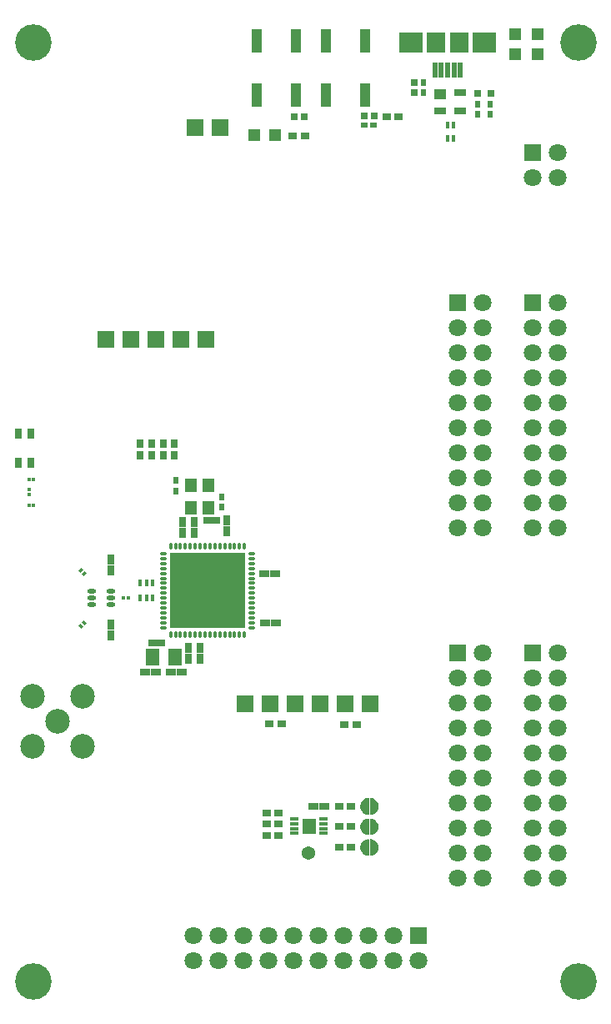
<source format=gts>
%FSLAX43Y43*%
%MOMM*%
G71*
G01*
G75*
G04 Layer_Color=8388736*
%ADD10O,0.800X0.400*%
%ADD11R,0.205X0.282*%
%ADD12R,0.600X0.900*%
%ADD13C,0.800*%
%ADD14R,0.650X0.800*%
%ADD15R,0.800X0.650*%
%ADD16R,0.600X0.550*%
%ADD17R,0.550X0.600*%
%ADD18R,0.500X0.650*%
%ADD19R,1.200X1.200*%
%ADD20R,1.000X2.250*%
%ADD21R,0.900X0.600*%
%ADD22R,0.500X0.600*%
%ADD23R,0.650X0.500*%
%ADD24R,0.700X0.700*%
%ADD25R,0.305X0.584*%
%ADD26R,0.350X0.700*%
%ADD27R,1.100X0.600*%
%ADD28R,1.100X1.000*%
%ADD29R,1.200X1.200*%
%ADD30R,1.300X1.400*%
%ADD31R,0.850X0.300*%
%ADD32O,0.280X0.800*%
%ADD33O,0.800X0.280*%
%ADD34R,7.650X7.650*%
%ADD35R,1.300X1.600*%
%ADD36R,1.100X1.300*%
%ADD37R,2.300X1.900*%
%ADD38R,0.400X1.400*%
%ADD39R,1.775X1.900*%
%ADD40R,0.600X1.000*%
G04:AMPARAMS|DCode=41|XSize=0.205mm|YSize=0.282mm|CornerRadius=0mm|HoleSize=0mm|Usage=FLASHONLY|Rotation=225.000|XOffset=0mm|YOffset=0mm|HoleType=Round|Shape=Rectangle|*
%AMROTATEDRECTD41*
4,1,4,-0.027,0.172,0.172,-0.027,0.027,-0.172,-0.172,0.027,-0.027,0.172,0.0*
%
%ADD41ROTATEDRECTD41*%

G04:AMPARAMS|DCode=42|XSize=0.205mm|YSize=0.282mm|CornerRadius=0mm|HoleSize=0mm|Usage=FLASHONLY|Rotation=135.000|XOffset=0mm|YOffset=0mm|HoleType=Round|Shape=Rectangle|*
%AMROTATEDRECTD42*
4,1,4,0.172,0.027,-0.027,-0.172,-0.172,-0.027,0.027,0.172,0.172,0.027,0.0*
%
%ADD42ROTATEDRECTD42*%

%ADD43R,0.282X0.205*%
%ADD44C,0.216*%
%ADD45C,0.150*%
%ADD46C,0.125*%
%ADD47C,0.160*%
%ADD48C,0.300*%
%ADD49C,0.200*%
%ADD50C,0.180*%
%ADD51C,0.254*%
%ADD52R,0.216X2.303*%
%ADD53R,2.386X0.197*%
%ADD54R,0.598X0.716*%
%ADD55R,0.600X0.670*%
%ADD56R,0.763X0.125*%
%ADD57R,0.601X0.571*%
%ADD58R,1.650X0.550*%
%ADD59R,2.025X0.450*%
%ADD60R,0.350X3.200*%
%ADD61R,0.450X2.959*%
%ADD62C,3.600*%
%ADD63R,1.700X1.700*%
%ADD64C,1.700*%
%ADD65R,1.700X1.700*%
%ADD66C,1.270*%
%ADD67C,2.400*%
%ADD68C,0.550*%
%ADD69C,0.350*%
%ADD70C,0.380*%
%ADD71C,0.500*%
G04:AMPARAMS|DCode=72|XSize=4.224mm|YSize=4.224mm|CornerRadius=0mm|HoleSize=0mm|Usage=FLASHONLY|Rotation=0.000|XOffset=0mm|YOffset=0mm|HoleType=Round|Shape=Relief|Width=0.254mm|Gap=0.254mm|Entries=4|*
%AMTHD72*
7,0,0,4.224,3.716,0.254,45*
%
%ADD72THD72*%
%ADD73C,1.400*%
G04:AMPARAMS|DCode=74|XSize=2.524mm|YSize=2.524mm|CornerRadius=0mm|HoleSize=0mm|Usage=FLASHONLY|Rotation=0.000|XOffset=0mm|YOffset=0mm|HoleType=Round|Shape=Relief|Width=0.254mm|Gap=0.254mm|Entries=4|*
%AMTHD74*
7,0,0,2.524,2.016,0.254,45*
%
%ADD74THD74*%
%ADD75C,1.600*%
G04:AMPARAMS|DCode=76|XSize=2.724mm|YSize=2.724mm|CornerRadius=0mm|HoleSize=0mm|Usage=FLASHONLY|Rotation=0.000|XOffset=0mm|YOffset=0mm|HoleType=Round|Shape=Relief|Width=0.254mm|Gap=0.254mm|Entries=4|*
%AMTHD76*
7,0,0,2.724,2.216,0.254,45*
%
%ADD76THD76*%
%ADD77C,1.900*%
G04:AMPARAMS|DCode=78|XSize=3.124mm|YSize=3.124mm|CornerRadius=0mm|HoleSize=0mm|Usage=FLASHONLY|Rotation=0.000|XOffset=0mm|YOffset=0mm|HoleType=Round|Shape=Relief|Width=0.254mm|Gap=0.254mm|Entries=4|*
%AMTHD78*
7,0,0,3.124,2.616,0.254,45*
%
%ADD78THD78*%
%ADD79C,0.650*%
%ADD80C,3.100*%
%ADD81C,2.000*%
%ADD82R,1.300X0.600*%
%ADD83R,0.950X1.750*%
%ADD84R,0.762X0.762*%
%ADD85R,0.350X0.850*%
%ADD86C,0.280*%
%ADD87R,0.900X0.650*%
%ADD88R,1.300X1.600*%
%ADD89C,0.400*%
%ADD90C,0.250*%
%ADD91C,1.000*%
%ADD92C,0.102*%
%ADD93C,0.100*%
%ADD94C,0.112*%
%ADD95R,0.800X1.000*%
%ADD96R,0.875X0.550*%
%ADD97R,2.100X2.100*%
%ADD98R,2.100X2.100*%
%ADD99R,1.750X1.750*%
%ADD100R,1.800X1.800*%
%ADD101R,1.800X2.000*%
%ADD102R,2.000X1.800*%
%ADD103R,1.700X1.700*%
%ADD104R,0.300X0.400*%
%ADD105O,0.220X0.740*%
%ADD106O,0.740X0.220*%
%ADD107R,2.050X2.050*%
%ADD108R,1.800X0.700*%
%ADD109O,0.900X0.500*%
%ADD110R,0.332X0.408*%
%ADD111R,0.700X1.000*%
%ADD112C,0.900*%
%ADD113R,0.750X0.900*%
%ADD114R,0.900X0.750*%
%ADD115R,0.700X0.650*%
%ADD116R,0.650X0.700*%
%ADD117R,0.600X0.750*%
%ADD118R,1.300X1.300*%
%ADD119R,1.100X2.350*%
%ADD120R,1.000X0.700*%
%ADD121R,0.600X0.700*%
%ADD122R,0.750X0.600*%
%ADD123R,0.800X0.800*%
%ADD124R,0.405X0.684*%
%ADD125R,0.450X0.800*%
%ADD126R,1.200X0.700*%
%ADD127R,1.200X1.100*%
%ADD128R,1.300X1.300*%
%ADD129R,1.400X1.500*%
%ADD130R,0.950X0.400*%
%ADD131R,1.400X1.700*%
%ADD132R,1.200X1.400*%
%ADD133R,2.400X2.000*%
%ADD134R,0.500X1.500*%
%ADD135R,1.875X2.000*%
%ADD136R,0.700X1.100*%
G04:AMPARAMS|DCode=137|XSize=0.332mm|YSize=0.408mm|CornerRadius=0mm|HoleSize=0mm|Usage=FLASHONLY|Rotation=225.000|XOffset=0mm|YOffset=0mm|HoleType=Round|Shape=Rectangle|*
%AMROTATEDRECTD137*
4,1,4,-0.027,0.261,0.261,-0.027,0.027,-0.261,-0.261,0.027,-0.027,0.261,0.0*
%
%ADD137ROTATEDRECTD137*%

G04:AMPARAMS|DCode=138|XSize=0.332mm|YSize=0.408mm|CornerRadius=0mm|HoleSize=0mm|Usage=FLASHONLY|Rotation=135.000|XOffset=0mm|YOffset=0mm|HoleType=Round|Shape=Rectangle|*
%AMROTATEDRECTD138*
4,1,4,0.261,0.027,-0.027,-0.261,-0.261,-0.027,0.027,0.261,0.261,0.027,0.0*
%
%ADD138ROTATEDRECTD138*%

%ADD139R,0.408X0.332*%
%ADD140C,3.700*%
%ADD141R,1.800X1.800*%
%ADD142C,1.800*%
%ADD143R,1.800X1.800*%
%ADD144C,1.370*%
%ADD145C,2.500*%
G36*
X-23447Y-81116D02*
X-23443Y-81116D01*
X-23240Y-81143D01*
X-23233Y-81145D01*
X-23227Y-81146D01*
X-23037Y-81225D01*
X-23032Y-81229D01*
X-23026Y-81232D01*
X-22863Y-81357D01*
X-22858Y-81362D01*
X-22853Y-81366D01*
X-22728Y-81529D01*
X-22725Y-81535D01*
X-22722Y-81540D01*
X-22643Y-81730D01*
X-22642Y-81737D01*
X-22640Y-81743D01*
X-22613Y-81947D01*
X-22613Y-81950D01*
X-22612Y-81953D01*
X-22613Y-81957D01*
X-22613Y-81960D01*
X-22640Y-82164D01*
X-22642Y-82170D01*
X-22643Y-82176D01*
X-22722Y-82366D01*
X-22725Y-82372D01*
X-22728Y-82378D01*
X-22853Y-82541D01*
X-22858Y-82545D01*
X-22863Y-82550D01*
X-23026Y-82675D01*
X-23032Y-82678D01*
X-23037Y-82682D01*
X-23227Y-82760D01*
X-23233Y-82762D01*
X-23240Y-82764D01*
X-23443Y-82791D01*
X-23447Y-82790D01*
X-23450Y-82791D01*
X-23457Y-82790D01*
X-23463Y-82789D01*
X-23466Y-82788D01*
X-23470Y-82787D01*
X-23475Y-82783D01*
X-23481Y-82781D01*
X-23483Y-82778D01*
X-23486Y-82776D01*
X-23490Y-82771D01*
X-23494Y-82766D01*
X-23495Y-82762D01*
X-23497Y-82760D01*
X-23498Y-82753D01*
X-23501Y-82747D01*
X-23500Y-82743D01*
X-23501Y-82740D01*
Y-82733D01*
Y-81167D01*
X-23500Y-81163D01*
X-23501Y-81160D01*
X-23498Y-81154D01*
X-23497Y-81147D01*
X-23495Y-81144D01*
X-23494Y-81141D01*
X-23490Y-81136D01*
X-23486Y-81131D01*
X-23483Y-81129D01*
X-23481Y-81126D01*
X-23475Y-81123D01*
X-23470Y-81120D01*
X-23466Y-81119D01*
X-23463Y-81117D01*
X-23457Y-81117D01*
X-23450Y-81116D01*
X-23447Y-81116D01*
D02*
G37*
G36*
X-23643Y-83217D02*
X-23637Y-83217D01*
X-23634Y-83219D01*
X-23630Y-83220D01*
X-23625Y-83223D01*
X-23619Y-83226D01*
X-23617Y-83229D01*
X-23614Y-83231D01*
X-23610Y-83236D01*
X-23606Y-83241D01*
X-23605Y-83244D01*
X-23603Y-83247D01*
X-23602Y-83254D01*
X-23599Y-83260D01*
X-23600Y-83263D01*
X-23599Y-83267D01*
Y-84833D01*
Y-84840D01*
X-23600Y-84843D01*
X-23599Y-84847D01*
X-23602Y-84853D01*
X-23603Y-84860D01*
X-23605Y-84862D01*
X-23606Y-84866D01*
X-23610Y-84871D01*
X-23614Y-84876D01*
X-23617Y-84878D01*
X-23619Y-84881D01*
X-23625Y-84883D01*
X-23630Y-84887D01*
X-23634Y-84888D01*
X-23637Y-84889D01*
X-23643Y-84890D01*
X-23650Y-84891D01*
X-23653Y-84890D01*
X-23657Y-84891D01*
X-23860Y-84864D01*
X-23867Y-84862D01*
X-23873Y-84860D01*
X-24063Y-84782D01*
X-24068Y-84778D01*
X-24074Y-84775D01*
X-24237Y-84650D01*
X-24242Y-84645D01*
X-24247Y-84641D01*
X-24372Y-84478D01*
X-24375Y-84472D01*
X-24378Y-84466D01*
X-24457Y-84276D01*
X-24458Y-84270D01*
X-24460Y-84264D01*
X-24487Y-84060D01*
X-24487Y-84057D01*
X-24488Y-84053D01*
X-24487Y-84050D01*
X-24487Y-84047D01*
X-24460Y-83843D01*
X-24458Y-83837D01*
X-24457Y-83830D01*
X-24378Y-83640D01*
X-24375Y-83635D01*
X-24372Y-83629D01*
X-24247Y-83466D01*
X-24242Y-83462D01*
X-24237Y-83457D01*
X-24074Y-83332D01*
X-24068Y-83329D01*
X-24063Y-83325D01*
X-23873Y-83246D01*
X-23867Y-83245D01*
X-23860Y-83243D01*
X-23657Y-83216D01*
X-23653Y-83216D01*
X-23650Y-83216D01*
X-23643Y-83217D01*
D02*
G37*
G36*
X-23447Y-83216D02*
X-23443Y-83216D01*
X-23240Y-83243D01*
X-23233Y-83245D01*
X-23227Y-83246D01*
X-23037Y-83325D01*
X-23032Y-83329D01*
X-23026Y-83332D01*
X-22863Y-83457D01*
X-22858Y-83462D01*
X-22853Y-83466D01*
X-22728Y-83629D01*
X-22725Y-83635D01*
X-22722Y-83640D01*
X-22643Y-83830D01*
X-22642Y-83837D01*
X-22640Y-83843D01*
X-22613Y-84047D01*
X-22613Y-84050D01*
X-22612Y-84053D01*
X-22613Y-84057D01*
X-22613Y-84060D01*
X-22640Y-84264D01*
X-22642Y-84270D01*
X-22643Y-84276D01*
X-22722Y-84466D01*
X-22725Y-84472D01*
X-22728Y-84478D01*
X-22853Y-84641D01*
X-22858Y-84645D01*
X-22863Y-84650D01*
X-23026Y-84775D01*
X-23032Y-84778D01*
X-23037Y-84782D01*
X-23227Y-84860D01*
X-23233Y-84862D01*
X-23240Y-84864D01*
X-23443Y-84891D01*
X-23447Y-84890D01*
X-23450Y-84891D01*
X-23457Y-84890D01*
X-23463Y-84889D01*
X-23466Y-84888D01*
X-23470Y-84887D01*
X-23475Y-84883D01*
X-23481Y-84881D01*
X-23483Y-84878D01*
X-23486Y-84876D01*
X-23490Y-84871D01*
X-23494Y-84866D01*
X-23495Y-84862D01*
X-23497Y-84860D01*
X-23498Y-84853D01*
X-23501Y-84847D01*
X-23500Y-84843D01*
X-23501Y-84840D01*
Y-84833D01*
Y-83267D01*
X-23500Y-83263D01*
X-23501Y-83260D01*
X-23498Y-83254D01*
X-23497Y-83247D01*
X-23495Y-83244D01*
X-23494Y-83241D01*
X-23490Y-83236D01*
X-23486Y-83231D01*
X-23483Y-83229D01*
X-23481Y-83226D01*
X-23475Y-83223D01*
X-23470Y-83220D01*
X-23466Y-83219D01*
X-23463Y-83217D01*
X-23457Y-83217D01*
X-23450Y-83216D01*
X-23447Y-83216D01*
D02*
G37*
G36*
X-23643Y-79042D02*
X-23637Y-79042D01*
X-23634Y-79044D01*
X-23630Y-79045D01*
X-23625Y-79048D01*
X-23619Y-79051D01*
X-23617Y-79054D01*
X-23614Y-79056D01*
X-23610Y-79061D01*
X-23606Y-79066D01*
X-23605Y-79069D01*
X-23603Y-79072D01*
X-23602Y-79079D01*
X-23599Y-79085D01*
X-23600Y-79088D01*
X-23599Y-79092D01*
Y-80658D01*
Y-80665D01*
X-23600Y-80668D01*
X-23599Y-80672D01*
X-23602Y-80678D01*
X-23603Y-80685D01*
X-23605Y-80687D01*
X-23606Y-80691D01*
X-23610Y-80696D01*
X-23614Y-80701D01*
X-23617Y-80703D01*
X-23619Y-80706D01*
X-23625Y-80708D01*
X-23630Y-80712D01*
X-23634Y-80713D01*
X-23637Y-80714D01*
X-23643Y-80715D01*
X-23650Y-80716D01*
X-23653Y-80715D01*
X-23657Y-80716D01*
X-23860Y-80689D01*
X-23867Y-80687D01*
X-23873Y-80685D01*
X-24063Y-80607D01*
X-24068Y-80603D01*
X-24074Y-80600D01*
X-24237Y-80475D01*
X-24242Y-80470D01*
X-24247Y-80466D01*
X-24372Y-80303D01*
X-24375Y-80297D01*
X-24378Y-80291D01*
X-24457Y-80101D01*
X-24458Y-80095D01*
X-24460Y-80089D01*
X-24487Y-79885D01*
X-24487Y-79882D01*
X-24488Y-79878D01*
X-24487Y-79875D01*
X-24487Y-79872D01*
X-24460Y-79668D01*
X-24458Y-79662D01*
X-24457Y-79655D01*
X-24378Y-79465D01*
X-24375Y-79460D01*
X-24372Y-79454D01*
X-24247Y-79291D01*
X-24242Y-79287D01*
X-24237Y-79282D01*
X-24074Y-79157D01*
X-24068Y-79154D01*
X-24063Y-79150D01*
X-23873Y-79071D01*
X-23867Y-79070D01*
X-23860Y-79068D01*
X-23657Y-79041D01*
X-23653Y-79041D01*
X-23650Y-79041D01*
X-23643Y-79042D01*
D02*
G37*
G36*
X-23447Y-79041D02*
X-23443Y-79041D01*
X-23240Y-79068D01*
X-23233Y-79070D01*
X-23227Y-79071D01*
X-23037Y-79150D01*
X-23032Y-79154D01*
X-23026Y-79157D01*
X-22863Y-79282D01*
X-22858Y-79287D01*
X-22853Y-79291D01*
X-22728Y-79454D01*
X-22725Y-79460D01*
X-22722Y-79465D01*
X-22643Y-79655D01*
X-22642Y-79662D01*
X-22640Y-79668D01*
X-22613Y-79872D01*
X-22613Y-79875D01*
X-22612Y-79878D01*
X-22613Y-79882D01*
X-22613Y-79885D01*
X-22640Y-80089D01*
X-22642Y-80095D01*
X-22643Y-80101D01*
X-22722Y-80291D01*
X-22725Y-80297D01*
X-22728Y-80303D01*
X-22853Y-80466D01*
X-22858Y-80470D01*
X-22863Y-80475D01*
X-23026Y-80600D01*
X-23032Y-80603D01*
X-23037Y-80607D01*
X-23227Y-80685D01*
X-23233Y-80687D01*
X-23240Y-80689D01*
X-23443Y-80716D01*
X-23447Y-80715D01*
X-23450Y-80716D01*
X-23457Y-80715D01*
X-23463Y-80714D01*
X-23466Y-80713D01*
X-23470Y-80712D01*
X-23475Y-80708D01*
X-23481Y-80706D01*
X-23483Y-80703D01*
X-23486Y-80701D01*
X-23490Y-80696D01*
X-23494Y-80691D01*
X-23495Y-80687D01*
X-23497Y-80685D01*
X-23498Y-80678D01*
X-23501Y-80672D01*
X-23500Y-80668D01*
X-23501Y-80665D01*
Y-80658D01*
Y-79092D01*
X-23500Y-79088D01*
X-23501Y-79085D01*
X-23498Y-79079D01*
X-23497Y-79072D01*
X-23495Y-79069D01*
X-23494Y-79066D01*
X-23490Y-79061D01*
X-23486Y-79056D01*
X-23483Y-79054D01*
X-23481Y-79051D01*
X-23475Y-79048D01*
X-23470Y-79045D01*
X-23466Y-79044D01*
X-23463Y-79042D01*
X-23457Y-79042D01*
X-23450Y-79041D01*
X-23447Y-79041D01*
D02*
G37*
G36*
X-23643Y-81117D02*
X-23637Y-81117D01*
X-23634Y-81119D01*
X-23630Y-81120D01*
X-23625Y-81123D01*
X-23619Y-81126D01*
X-23617Y-81129D01*
X-23614Y-81131D01*
X-23610Y-81136D01*
X-23606Y-81141D01*
X-23605Y-81144D01*
X-23603Y-81147D01*
X-23602Y-81154D01*
X-23599Y-81160D01*
X-23600Y-81163D01*
X-23599Y-81167D01*
Y-82733D01*
Y-82740D01*
X-23600Y-82743D01*
X-23599Y-82747D01*
X-23602Y-82753D01*
X-23603Y-82760D01*
X-23605Y-82762D01*
X-23606Y-82766D01*
X-23610Y-82771D01*
X-23614Y-82776D01*
X-23617Y-82778D01*
X-23619Y-82781D01*
X-23625Y-82783D01*
X-23630Y-82787D01*
X-23634Y-82788D01*
X-23637Y-82789D01*
X-23643Y-82790D01*
X-23650Y-82791D01*
X-23653Y-82790D01*
X-23657Y-82791D01*
X-23860Y-82764D01*
X-23867Y-82762D01*
X-23873Y-82760D01*
X-24063Y-82682D01*
X-24068Y-82678D01*
X-24074Y-82675D01*
X-24237Y-82550D01*
X-24242Y-82545D01*
X-24247Y-82541D01*
X-24372Y-82378D01*
X-24375Y-82372D01*
X-24378Y-82366D01*
X-24457Y-82176D01*
X-24458Y-82170D01*
X-24460Y-82164D01*
X-24487Y-81960D01*
X-24487Y-81957D01*
X-24488Y-81953D01*
X-24487Y-81950D01*
X-24487Y-81947D01*
X-24460Y-81743D01*
X-24458Y-81737D01*
X-24457Y-81730D01*
X-24378Y-81540D01*
X-24375Y-81535D01*
X-24372Y-81529D01*
X-24247Y-81366D01*
X-24242Y-81362D01*
X-24237Y-81357D01*
X-24074Y-81232D01*
X-24068Y-81229D01*
X-24063Y-81225D01*
X-23873Y-81146D01*
X-23867Y-81145D01*
X-23860Y-81143D01*
X-23657Y-81116D01*
X-23653Y-81116D01*
X-23650Y-81116D01*
X-23643Y-81117D01*
D02*
G37*
D32*
X-43750Y-53475D02*
D03*
X-43250D02*
D03*
X-36250Y-62475D02*
D03*
X-37250D02*
D03*
X-38250D02*
D03*
X-38750D02*
D03*
X-42750Y-53475D02*
D03*
X-38250D02*
D03*
X-36750Y-62475D02*
D03*
X-37750D02*
D03*
X-39250D02*
D03*
X-39750D02*
D03*
X-40250D02*
D03*
X-40750D02*
D03*
X-41250Y-62475D02*
D03*
X-41750Y-62475D02*
D03*
X-42250D02*
D03*
X-42750D02*
D03*
X-43250D02*
D03*
X-43750Y-62475D02*
D03*
X-37750Y-53475D02*
D03*
X-42250D02*
D03*
X-41750D02*
D03*
X-41250D02*
D03*
X-40750D02*
D03*
X-40250D02*
D03*
X-39750D02*
D03*
X-39250D02*
D03*
X-38750D02*
D03*
X-37250D02*
D03*
X-36750D02*
D03*
X-36250D02*
D03*
D33*
X-44500Y-57225D02*
D03*
Y-55725D02*
D03*
Y-56225D02*
D03*
Y-56725D02*
D03*
Y-57725D02*
D03*
X-35500Y-57225D02*
D03*
Y-57725D02*
D03*
Y-58225D02*
D03*
Y-58725D02*
D03*
Y-59225D02*
D03*
Y-59725D02*
D03*
Y-60225D02*
D03*
Y-60725D02*
D03*
Y-61225D02*
D03*
Y-61725D02*
D03*
Y-56725D02*
D03*
X-44500Y-61725D02*
D03*
Y-61225D02*
D03*
Y-60725D02*
D03*
Y-60225D02*
D03*
Y-59725D02*
D03*
Y-59225D02*
D03*
Y-58725D02*
D03*
Y-58225D02*
D03*
Y-54225D02*
D03*
Y-54725D02*
D03*
Y-55225D02*
D03*
X-35500Y-54225D02*
D03*
Y-54725D02*
D03*
Y-55225D02*
D03*
Y-55725D02*
D03*
Y-56225D02*
D03*
D34*
X-40000Y-57975D02*
D03*
D108*
X-39576Y-50849D02*
D03*
X-45151Y-63275D02*
D03*
D109*
X-51750Y-58075D02*
D03*
Y-58725D02*
D03*
Y-59375D02*
D03*
X-49850D02*
D03*
Y-58075D02*
D03*
Y-58725D02*
D03*
D110*
X-48066Y-58693D02*
D03*
X-48541D02*
D03*
X-57669Y-49325D02*
D03*
X-58144D02*
D03*
X-57672Y-46719D02*
D03*
X-58146D02*
D03*
D111*
X-49846Y-55897D02*
D03*
Y-54797D02*
D03*
X-49858Y-61459D02*
D03*
Y-62559D02*
D03*
X-42525Y-51000D02*
D03*
Y-52100D02*
D03*
X-41975Y-63775D02*
D03*
Y-64875D02*
D03*
X-40750D02*
D03*
Y-63775D02*
D03*
X-38025Y-51950D02*
D03*
Y-50850D02*
D03*
X-41325Y-52100D02*
D03*
Y-51000D02*
D03*
D112*
X-23050Y-81950D02*
D03*
X-24050D02*
D03*
X-23050Y-84050D02*
D03*
X-24050D02*
D03*
X-23050Y-79875D02*
D03*
X-24050D02*
D03*
D113*
X-45675Y-44250D02*
D03*
Y-43050D02*
D03*
X-46825Y-44250D02*
D03*
Y-43050D02*
D03*
X-44525Y-44250D02*
D03*
Y-43050D02*
D03*
X-43375Y-44250D02*
D03*
Y-43050D02*
D03*
D114*
X-26075Y-71550D02*
D03*
X-24875D02*
D03*
X-33700Y-71525D02*
D03*
X-32500D02*
D03*
X-20600Y-9900D02*
D03*
X-21800D02*
D03*
X-30125Y-11825D02*
D03*
X-31325D02*
D03*
X-25400Y-79875D02*
D03*
X-26600D02*
D03*
X-25400Y-84050D02*
D03*
X-26600D02*
D03*
X-32775Y-80537D02*
D03*
X-33975D02*
D03*
X-32775Y-81675D02*
D03*
X-33975D02*
D03*
X-32775Y-82812D02*
D03*
X-33975D02*
D03*
X-25400Y-81950D02*
D03*
X-26600D02*
D03*
D115*
X-24100Y-9800D02*
D03*
X-23100D02*
D03*
X-31150Y-9850D02*
D03*
X-30150D02*
D03*
D116*
X-19000Y-7400D02*
D03*
Y-6400D02*
D03*
D117*
X-11300Y-8625D02*
D03*
Y-9575D02*
D03*
X-12600Y-8625D02*
D03*
Y-9575D02*
D03*
X-18100Y-6425D02*
D03*
Y-7375D02*
D03*
D118*
X-6500Y-1450D02*
D03*
Y-3550D02*
D03*
X-8750Y-1450D02*
D03*
Y-3550D02*
D03*
D119*
X-28000Y-7650D02*
D03*
Y-2150D02*
D03*
X-24000D02*
D03*
Y-7650D02*
D03*
X-35000D02*
D03*
Y-2150D02*
D03*
X-31000D02*
D03*
Y-7650D02*
D03*
D120*
X-46323Y-66220D02*
D03*
X-45223D02*
D03*
X-43723D02*
D03*
X-42623D02*
D03*
X-34200Y-56225D02*
D03*
X-33100D02*
D03*
X-34190Y-61229D02*
D03*
X-33090D02*
D03*
X-28150Y-79850D02*
D03*
X-29250D02*
D03*
D121*
X-38550Y-49500D02*
D03*
X-38550Y-48450D02*
D03*
X-43200Y-47850D02*
D03*
X-43200Y-46800D02*
D03*
D122*
X-40050Y-50850D02*
D03*
X-39100D02*
D03*
X-24075Y-10675D02*
D03*
X-23125D02*
D03*
X-44675Y-63275D02*
D03*
X-45625D02*
D03*
D123*
X-11200Y-7500D02*
D03*
X-12600D02*
D03*
D124*
X-15021Y-10727D02*
D03*
Y-12073D02*
D03*
X-15579D02*
D03*
Y-10727D02*
D03*
D125*
X-46850Y-58725D02*
D03*
X-46200D02*
D03*
X-45550D02*
D03*
X-46850Y-57225D02*
D03*
X-46200D02*
D03*
X-45550D02*
D03*
D126*
X-14300Y-7400D02*
D03*
Y-9300D02*
D03*
X-16400D02*
D03*
D127*
Y-7600D02*
D03*
D128*
X-33125Y-11750D02*
D03*
X-35225D02*
D03*
D129*
X-29675Y-81875D02*
D03*
D130*
X-31150Y-81125D02*
D03*
Y-81625D02*
D03*
Y-82625D02*
D03*
Y-82125D02*
D03*
X-28200D02*
D03*
Y-82625D02*
D03*
Y-81625D02*
D03*
Y-81125D02*
D03*
D131*
X-45618Y-64725D02*
D03*
X-43318D02*
D03*
D132*
X-39875Y-47243D02*
D03*
Y-49543D02*
D03*
X-41675D02*
D03*
Y-47243D02*
D03*
D133*
X-19350Y-2300D02*
D03*
X-11850D02*
D03*
D134*
X-16900Y-5150D02*
D03*
X-16250D02*
D03*
X-15600D02*
D03*
X-14950D02*
D03*
X-14300D02*
D03*
D135*
X-16763Y-2300D02*
D03*
X-14438D02*
D03*
D136*
X-57950Y-45000D02*
D03*
X-59250D02*
D03*
X-57950Y-42000D02*
D03*
X-59250D02*
D03*
D137*
X-52500Y-61259D02*
D03*
X-52836Y-61595D02*
D03*
D138*
X-52515Y-56236D02*
D03*
X-52851Y-55900D02*
D03*
D139*
X-58108Y-47741D02*
D03*
Y-48215D02*
D03*
D140*
X-2350Y-2350D02*
D03*
X-57650D02*
D03*
X-2350Y-97650D02*
D03*
X-57650D02*
D03*
D141*
X-18570Y-93030D02*
D03*
X-45275Y-32450D02*
D03*
X-42735D02*
D03*
X-40195D02*
D03*
X-47815D02*
D03*
X-50355D02*
D03*
X-31145Y-69500D02*
D03*
X-28605D02*
D03*
X-33685D02*
D03*
X-36225D02*
D03*
X-26065D02*
D03*
X-23525D02*
D03*
X-38730Y-10950D02*
D03*
X-41270D02*
D03*
D142*
X-41430Y-95570D02*
D03*
X-31270Y-93030D02*
D03*
Y-95570D02*
D03*
X-33810D02*
D03*
Y-93030D02*
D03*
X-36350Y-95570D02*
D03*
Y-93030D02*
D03*
X-38890Y-95570D02*
D03*
Y-93030D02*
D03*
X-41430D02*
D03*
X-28730D02*
D03*
X-26190D02*
D03*
Y-95570D02*
D03*
X-23650Y-93030D02*
D03*
Y-95570D02*
D03*
X-21110Y-93030D02*
D03*
Y-95570D02*
D03*
X-18570D02*
D03*
X-28730D02*
D03*
X-4430Y-87150D02*
D03*
X-6970Y-76990D02*
D03*
X-4430D02*
D03*
Y-79530D02*
D03*
X-6970D02*
D03*
X-4430Y-82070D02*
D03*
X-6970D02*
D03*
X-4430Y-84610D02*
D03*
X-6970D02*
D03*
Y-87150D02*
D03*
Y-74450D02*
D03*
Y-71910D02*
D03*
X-4430D02*
D03*
X-6970Y-69370D02*
D03*
X-4430D02*
D03*
X-6970Y-66830D02*
D03*
X-4430D02*
D03*
Y-64290D02*
D03*
Y-74450D02*
D03*
X-14590D02*
D03*
X-12050D02*
D03*
X-14590Y-71910D02*
D03*
X-12050D02*
D03*
X-14590Y-69370D02*
D03*
X-12050D02*
D03*
X-14590Y-66830D02*
D03*
X-12050D02*
D03*
Y-64290D02*
D03*
Y-76990D02*
D03*
Y-79530D02*
D03*
X-14590D02*
D03*
X-12050Y-82070D02*
D03*
X-14590D02*
D03*
X-12050Y-84610D02*
D03*
X-14590D02*
D03*
X-12050Y-87150D02*
D03*
X-14590D02*
D03*
Y-76990D02*
D03*
X-4430Y-51590D02*
D03*
X-6970Y-41430D02*
D03*
X-4430D02*
D03*
Y-43970D02*
D03*
X-6970D02*
D03*
X-4430Y-46510D02*
D03*
X-6970D02*
D03*
X-4430Y-49050D02*
D03*
X-6970D02*
D03*
Y-51590D02*
D03*
Y-38890D02*
D03*
Y-36350D02*
D03*
X-4430D02*
D03*
X-6970Y-33810D02*
D03*
X-4430D02*
D03*
X-6970Y-31270D02*
D03*
X-4430D02*
D03*
Y-28730D02*
D03*
Y-38890D02*
D03*
X-14590Y-38890D02*
D03*
X-12050D02*
D03*
X-14590Y-36350D02*
D03*
X-12050D02*
D03*
X-14590Y-33810D02*
D03*
X-12050D02*
D03*
X-14590Y-31270D02*
D03*
X-12050D02*
D03*
Y-28730D02*
D03*
Y-41430D02*
D03*
Y-43970D02*
D03*
X-14590D02*
D03*
X-12050Y-46510D02*
D03*
X-14590D02*
D03*
X-12050Y-49050D02*
D03*
X-14590D02*
D03*
X-12050Y-51590D02*
D03*
X-14590D02*
D03*
Y-41430D02*
D03*
X-6970Y-16030D02*
D03*
X-4430D02*
D03*
Y-13490D02*
D03*
D143*
X-6970Y-64290D02*
D03*
X-14590D02*
D03*
X-6970Y-28730D02*
D03*
X-14590Y-28730D02*
D03*
X-6970Y-13490D02*
D03*
D144*
X-29750Y-84625D02*
D03*
D145*
X-55245Y-71280D02*
D03*
X-52705Y-68740D02*
D03*
X-57785Y-73820D02*
D03*
X-52705D02*
D03*
X-57785Y-68740D02*
D03*
M02*

</source>
